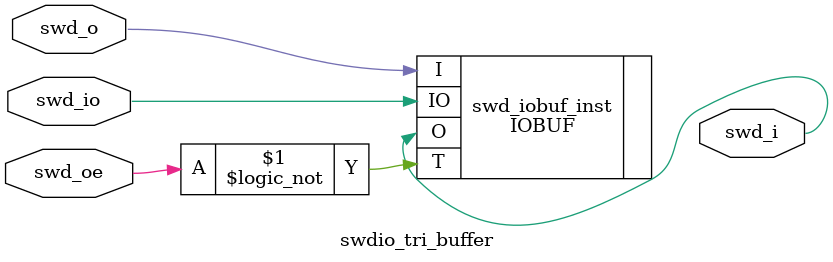
<source format=v>
/***************************************************************
 * Copyright @ 公众号：电子电路开发学习
 * ModuleName : top_hdl.v 
 * Date : 2022年3月20日
 * Time : 15:57:07
 * Author : wcc
 * Function : dual direction gpio
 * Version : v1.0
 * Version | Modify
 * ----------------------------------
 * v1.0 .....
 ***************************************************************/

module swdio_tri_buffer(
    //Inputs
    input swd_o,
    input swd_oe,
    
    //Outputs
    output swd_i,
    
    //Inouts
    inout swd_io
);

IOBUF swd_iobuf_inst(
    .O(swd_i),
    .I(swd_o),
    .IO(swd_io),
    
    .T(!swd_oe)
);

endmodule

</source>
